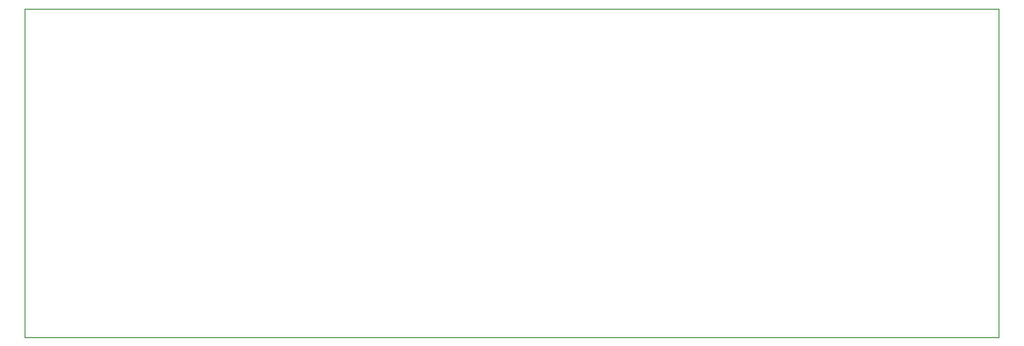
<source format=gm1>
%TF.GenerationSoftware,KiCad,Pcbnew,(6.0.2)*%
%TF.CreationDate,2022-04-19T23:13:57-07:00*%
%TF.ProjectId,TxBoard,5478426f-6172-4642-9e6b-696361645f70,3*%
%TF.SameCoordinates,Original*%
%TF.FileFunction,Profile,NP*%
%FSLAX46Y46*%
G04 Gerber Fmt 4.6, Leading zero omitted, Abs format (unit mm)*
G04 Created by KiCad (PCBNEW (6.0.2)) date 2022-04-19 23:13:57*
%MOMM*%
%LPD*%
G01*
G04 APERTURE LIST*
%TA.AperFunction,Profile*%
%ADD10C,0.100000*%
%TD*%
G04 APERTURE END LIST*
D10*
X102997000Y-81280000D02*
X196977000Y-81280000D01*
X196977000Y-81280000D02*
X196977000Y-113030000D01*
X196977000Y-113030000D02*
X102997000Y-113030000D01*
X102997000Y-113030000D02*
X102997000Y-81280000D01*
M02*

</source>
